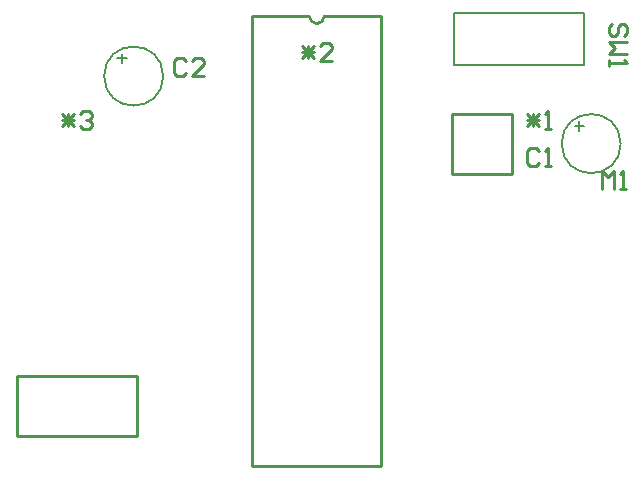
<source format=gto>
G04 Layer_Color=15132400*
%FSLAX25Y25*%
%MOIN*%
G70*
G01*
G75*
%ADD21C,0.00787*%
%ADD22C,0.01000*%
%ADD23C,0.00700*%
D21*
X331279Y372500D02*
G03*
X331279Y372500I-9843J0D01*
G01*
X178779Y395000D02*
G03*
X178779Y395000I-9843J0D01*
G01*
X317500Y376831D02*
Y379980D01*
X315925Y378405D02*
X319075D01*
X165000Y399331D02*
Y402480D01*
X163425Y400906D02*
X166575D01*
D22*
X227500Y415000D02*
G03*
X232500Y415000I2500J0D01*
G01*
X275000Y382500D02*
X295000D01*
Y377500D02*
Y382500D01*
Y362500D02*
Y377500D01*
X275000Y362500D02*
X295000D01*
X275000D02*
Y382500D01*
X170000Y275000D02*
Y295000D01*
X130000D02*
X170000D01*
X130000Y275000D02*
Y295000D01*
Y275000D02*
X170000D01*
X208500Y265000D02*
Y415000D01*
Y265000D02*
X251500D01*
Y415000D01*
X232500D02*
X251500D01*
X208500D02*
X227500D01*
X303999Y369998D02*
X302999Y370998D01*
X301000D01*
X300000Y369998D01*
Y366000D01*
X301000Y365000D01*
X302999D01*
X303999Y366000D01*
X305998Y365000D02*
X307997D01*
X306998D01*
Y370998D01*
X305998Y369998D01*
X300000Y382498D02*
X303999Y378500D01*
X300000D02*
X303999Y382498D01*
X300000Y380499D02*
X303999D01*
X301999Y378500D02*
Y382498D01*
X305998Y377500D02*
X307997D01*
X306998D01*
Y383498D01*
X305998Y382498D01*
X186499Y399998D02*
X185499Y400998D01*
X183500D01*
X182500Y399998D01*
Y396000D01*
X183500Y395000D01*
X185499D01*
X186499Y396000D01*
X192497Y395000D02*
X188498D01*
X192497Y398999D01*
Y399998D01*
X191497Y400998D01*
X189498D01*
X188498Y399998D01*
X225000Y404998D02*
X228999Y401000D01*
X225000D02*
X228999Y404998D01*
X225000Y402999D02*
X228999D01*
X226999Y401000D02*
Y404998D01*
X234997Y400000D02*
X230998D01*
X234997Y403999D01*
Y404998D01*
X233997Y405998D01*
X231998D01*
X230998Y404998D01*
X145000Y382498D02*
X148999Y378500D01*
X145000D02*
X148999Y382498D01*
X145000Y380499D02*
X148999D01*
X146999Y378500D02*
Y382498D01*
X150998D02*
X151998Y383498D01*
X153997D01*
X154997Y382498D01*
Y381499D01*
X153997Y380499D01*
X152997D01*
X153997D01*
X154997Y379499D01*
Y378500D01*
X153997Y377500D01*
X151998D01*
X150998Y378500D01*
X325000Y357500D02*
Y363498D01*
X326999Y361499D01*
X328999Y363498D01*
Y357500D01*
X330998D02*
X332997D01*
X331998D01*
Y363498D01*
X330998Y362498D01*
X332498Y408501D02*
X333498Y409501D01*
Y411500D01*
X332498Y412500D01*
X331499D01*
X330499Y411500D01*
Y409501D01*
X329499Y408501D01*
X328500D01*
X327500Y409501D01*
Y411500D01*
X328500Y412500D01*
X333498Y406502D02*
X327500D01*
X329499Y404503D01*
X327500Y402503D01*
X333498D01*
X327500Y400504D02*
Y398504D01*
Y399504D01*
X333498D01*
X332498Y400504D01*
D23*
X275847Y416161D02*
X319153D01*
Y398839D02*
Y416161D01*
X275847Y398839D02*
X319153D01*
X275847D02*
Y416161D01*
M02*

</source>
